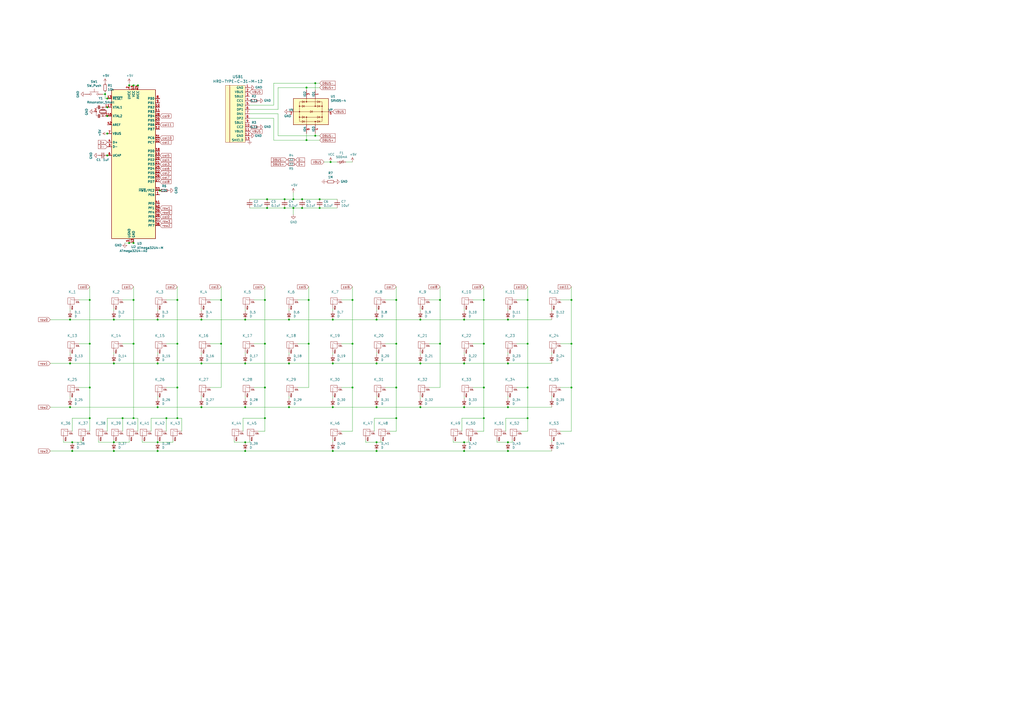
<source format=kicad_sch>
(kicad_sch (version 20230121) (generator eeschema)
  (paper "A2")
  (junction (at 52.07 242.57))
  (junction (at 191.77 93.98))
  (junction (at 62.23 90.17))
  (junction (at 294.64 185.42))
  (junction (at 179.07 199.39))
  (junction (at 177.8 81.28))
  (junction (at 142.24 185.42))
  (junction (at 91.44 256.54))
  (junction (at 62.23 77.47))
  (junction (at 229.87 199.39))
  (junction (at 170.18 115.57))
  (junction (at 153.67 242.57))
  (junction (at 167.64 185.42))
  (junction (at 218.44 261.62))
  (junction (at 165.1 120.65))
  (junction (at 280.67 224.79))
  (junction (at 331.47 173.99))
  (junction (at 280.67 173.99))
  (junction (at 229.87 242.57))
  (junction (at 182.88 48.26))
  (junction (at 153.67 173.99))
  (junction (at 52.07 173.99))
  (junction (at 331.47 224.79))
  (junction (at 102.87 173.99))
  (junction (at 142.24 210.82))
  (junction (at 294.64 236.22))
  (junction (at 52.07 224.79))
  (junction (at 80.01 49.53))
  (junction (at 170.18 120.65))
  (junction (at 153.67 199.39))
  (junction (at 229.87 173.99))
  (junction (at 331.47 199.39))
  (junction (at 306.07 242.57))
  (junction (at 193.04 261.62))
  (junction (at 153.67 224.79))
  (junction (at 269.24 210.82))
  (junction (at 204.47 224.79))
  (junction (at 74.93 140.97))
  (junction (at 62.23 67.31))
  (junction (at 52.07 199.39))
  (junction (at 60.96 54.61))
  (junction (at 243.84 210.82))
  (junction (at 243.84 185.42))
  (junction (at 177.8 50.8))
  (junction (at 306.07 199.39))
  (junction (at 71.12 242.57))
  (junction (at 218.44 256.54))
  (junction (at 77.47 49.53))
  (junction (at 306.07 224.79))
  (junction (at 102.87 224.79))
  (junction (at 167.64 236.22))
  (junction (at 41.91 256.54))
  (junction (at 294.64 210.82))
  (junction (at 243.84 236.22))
  (junction (at 182.88 78.74))
  (junction (at 116.84 185.42))
  (junction (at 255.27 173.99))
  (junction (at 269.24 256.54))
  (junction (at 269.24 236.22))
  (junction (at 193.04 210.82))
  (junction (at 204.47 173.99))
  (junction (at 62.23 57.15))
  (junction (at 193.04 185.42))
  (junction (at 62.23 62.23))
  (junction (at 116.84 236.22))
  (junction (at 185.42 120.65))
  (junction (at 91.44 185.42))
  (junction (at 92.71 110.49))
  (junction (at 66.04 210.82))
  (junction (at 77.47 173.99))
  (junction (at 142.24 236.22))
  (junction (at 294.64 256.54))
  (junction (at 294.64 261.62))
  (junction (at 142.24 261.62))
  (junction (at 128.27 199.39))
  (junction (at 77.47 242.57))
  (junction (at 218.44 185.42))
  (junction (at 40.64 185.42))
  (junction (at 102.87 242.57))
  (junction (at 229.87 224.79))
  (junction (at 91.44 261.62))
  (junction (at 91.44 210.82))
  (junction (at 66.04 256.54))
  (junction (at 91.44 236.22))
  (junction (at 306.07 173.99))
  (junction (at 280.67 242.57))
  (junction (at 154.94 115.57))
  (junction (at 167.64 210.82))
  (junction (at 74.93 49.53))
  (junction (at 280.67 199.39))
  (junction (at 269.24 261.62))
  (junction (at 41.91 261.62))
  (junction (at 116.84 210.82))
  (junction (at 255.27 199.39))
  (junction (at 218.44 210.82))
  (junction (at 154.94 120.65))
  (junction (at 40.64 210.82))
  (junction (at 77.47 199.39))
  (junction (at 142.24 256.54))
  (junction (at 218.44 236.22))
  (junction (at 96.52 242.57))
  (junction (at 77.47 140.97))
  (junction (at 102.87 199.39))
  (junction (at 128.27 173.99))
  (junction (at 185.42 115.57))
  (junction (at 66.04 261.62))
  (junction (at 40.64 236.22))
  (junction (at 66.04 185.42))
  (junction (at 175.26 120.65))
  (junction (at 179.07 173.99))
  (junction (at 269.24 185.42))
  (junction (at 165.1 115.57))
  (junction (at 204.47 199.39))
  (junction (at 175.26 115.57))
  (junction (at 193.04 236.22))
  (wire (pts (xy 52.07 242.57) (xy 52.07 250.19)))
  (wire (pts (xy 144.78 68.58) (xy 158.75 68.58)))
  (wire (pts (xy 187.96 93.98) (xy 191.77 93.98)))
  (wire (pts (xy 226.06 250.19) (xy 229.87 250.19)))
  (wire (pts (xy 294.64 236.22) (xy 320.04 236.22)))
  (wire (pts (xy 45.72 199.39) (xy 52.07 199.39)))
  (wire (pts (xy 331.47 224.79) (xy 331.47 199.39)))
  (wire (pts (xy 71.12 242.57) (xy 62.23 242.57)))
  (wire (pts (xy 185.42 115.57) (xy 195.58 115.57)))
  (wire (pts (xy 40.64 210.82) (xy 66.04 210.82)))
  (wire (pts (xy 193.04 236.22) (xy 218.44 236.22)))
  (wire (pts (xy 331.47 173.99) (xy 331.47 199.39)))
  (wire (pts (xy 158.75 68.58) (xy 158.75 81.28)))
  (wire (pts (xy 294.64 210.82) (xy 320.04 210.82)))
  (wire (pts (xy 212.09 255.27) (xy 212.09 256.54)))
  (wire (pts (xy 243.84 179.07) (xy 243.84 180.34)))
  (wire (pts (xy 91.44 236.22) (xy 116.84 236.22)))
  (wire (pts (xy 320.04 204.47) (xy 320.04 205.74)))
  (wire (pts (xy 306.07 173.99) (xy 306.07 199.39)))
  (wire (pts (xy 269.24 229.87) (xy 269.24 231.14)))
  (wire (pts (xy 167.64 236.22) (xy 193.04 236.22)))
  (wire (pts (xy 294.64 204.47) (xy 294.64 205.74)))
  (wire (pts (xy 29.21 261.62) (xy 41.91 261.62)))
  (wire (pts (xy 29.21 236.22) (xy 40.64 236.22)))
  (wire (pts (xy 193.04 261.62) (xy 218.44 261.62)))
  (wire (pts (xy 66.04 210.82) (xy 91.44 210.82)))
  (wire (pts (xy 91.44 229.87) (xy 91.44 231.14)))
  (wire (pts (xy 142.24 229.87) (xy 142.24 231.14)))
  (wire (pts (xy 193.04 210.82) (xy 218.44 210.82)))
  (wire (pts (xy 248.92 224.79) (xy 255.27 224.79)))
  (wire (pts (xy 182.88 48.26) (xy 185.42 48.26)))
  (wire (pts (xy 121.92 199.39) (xy 128.27 199.39)))
  (wire (pts (xy 40.64 185.42) (xy 66.04 185.42)))
  (wire (pts (xy 96.52 173.99) (xy 102.87 173.99)))
  (wire (pts (xy 175.26 120.65) (xy 185.42 120.65)))
  (wire (pts (xy 102.87 224.79) (xy 102.87 199.39)))
  (wire (pts (xy 182.88 77.47) (xy 182.88 78.74)))
  (wire (pts (xy 102.87 242.57) (xy 105.41 242.57)))
  (wire (pts (xy 57.15 256.54) (xy 66.04 256.54)))
  (wire (pts (xy 80.01 242.57) (xy 80.01 250.19)))
  (wire (pts (xy 72.39 140.97) (xy 74.93 140.97)))
  (wire (pts (xy 91.44 179.07) (xy 91.44 180.34)))
  (wire (pts (xy 218.44 261.62) (xy 269.24 261.62)))
  (wire (pts (xy 262.89 256.54) (xy 269.24 256.54)))
  (wire (pts (xy 182.88 78.74) (xy 185.42 78.74)))
  (wire (pts (xy 294.64 185.42) (xy 320.04 185.42)))
  (wire (pts (xy 40.64 236.22) (xy 91.44 236.22)))
  (wire (pts (xy 154.94 120.65) (xy 165.1 120.65)))
  (wire (pts (xy 100.33 256.54) (xy 100.33 255.27)))
  (wire (pts (xy 267.97 242.57) (xy 267.97 250.19)))
  (wire (pts (xy 77.47 173.99) (xy 77.47 199.39)))
  (wire (pts (xy 193.04 255.27) (xy 193.04 256.54)))
  (wire (pts (xy 153.67 224.79) (xy 153.67 199.39)))
  (wire (pts (xy 302.26 250.19) (xy 306.07 250.19)))
  (wire (pts (xy 320.04 179.07) (xy 320.04 180.34)))
  (wire (pts (xy 40.64 229.87) (xy 40.64 231.14)))
  (wire (pts (xy 96.52 199.39) (xy 102.87 199.39)))
  (wire (pts (xy 59.69 54.61) (xy 60.96 54.61)))
  (wire (pts (xy 167.64 210.82) (xy 193.04 210.82)))
  (wire (pts (xy 299.72 173.99) (xy 306.07 173.99)))
  (wire (pts (xy 161.29 50.8) (xy 177.8 50.8)))
  (wire (pts (xy 243.84 229.87) (xy 243.84 231.14)))
  (wire (pts (xy 144.78 63.5) (xy 161.29 63.5)))
  (wire (pts (xy 229.87 224.79) (xy 229.87 199.39)))
  (wire (pts (xy 191.77 93.98) (xy 195.58 93.98)))
  (wire (pts (xy 320.04 255.27) (xy 320.04 256.54)))
  (wire (pts (xy 306.07 166.37) (xy 306.07 173.99)))
  (wire (pts (xy 96.52 242.57) (xy 102.87 242.57)))
  (wire (pts (xy 269.24 179.07) (xy 269.24 180.34)))
  (wire (pts (xy 325.12 250.19) (xy 331.47 250.19)))
  (wire (pts (xy 306.07 242.57) (xy 306.07 224.79)))
  (wire (pts (xy 198.12 250.19) (xy 204.47 250.19)))
  (wire (pts (xy 204.47 250.19) (xy 204.47 224.79)))
  (wire (pts (xy 74.93 48.26) (xy 74.93 49.53)))
  (wire (pts (xy 185.42 120.65) (xy 195.58 120.65)))
  (wire (pts (xy 128.27 166.37) (xy 128.27 173.99)))
  (wire (pts (xy 142.24 261.62) (xy 193.04 261.62)))
  (wire (pts (xy 243.84 204.47) (xy 243.84 205.74)))
  (wire (pts (xy 147.32 199.39) (xy 153.67 199.39)))
  (wire (pts (xy 60.96 53.34) (xy 60.96 54.61)))
  (wire (pts (xy 248.92 199.39) (xy 255.27 199.39)))
  (wire (pts (xy 167.64 229.87) (xy 167.64 231.14)))
  (wire (pts (xy 91.44 256.54) (xy 100.33 256.54)))
  (wire (pts (xy 82.55 256.54) (xy 91.44 256.54)))
  (wire (pts (xy 77.47 49.53) (xy 80.01 49.53)))
  (wire (pts (xy 142.24 236.22) (xy 167.64 236.22)))
  (wire (pts (xy 280.67 250.19) (xy 280.67 242.57)))
  (wire (pts (xy 135.89 256.54) (xy 142.24 256.54)))
  (wire (pts (xy 177.8 77.47) (xy 177.8 81.28)))
  (wire (pts (xy 66.04 179.07) (xy 66.04 180.34)))
  (wire (pts (xy 158.75 48.26) (xy 158.75 60.96)))
  (wire (pts (xy 170.18 111.76) (xy 170.18 115.57)))
  (wire (pts (xy 177.8 50.8) (xy 185.42 50.8)))
  (wire (pts (xy 177.8 52.07) (xy 177.8 50.8)))
  (wire (pts (xy 294.64 179.07) (xy 294.64 180.34)))
  (wire (pts (xy 288.29 256.54) (xy 294.64 256.54)))
  (wire (pts (xy 269.24 210.82) (xy 294.64 210.82)))
  (wire (pts (xy 62.23 57.15) (xy 60.96 57.15)))
  (wire (pts (xy 144.78 120.65) (xy 154.94 120.65)))
  (wire (pts (xy 144.78 60.96) (xy 158.75 60.96)))
  (wire (pts (xy 82.55 255.27) (xy 82.55 256.54)))
  (wire (pts (xy 293.37 242.57) (xy 306.07 242.57)))
  (wire (pts (xy 217.17 242.57) (xy 229.87 242.57)))
  (wire (pts (xy 153.67 173.99) (xy 153.67 199.39)))
  (wire (pts (xy 116.84 185.42) (xy 142.24 185.42)))
  (wire (pts (xy 204.47 224.79) (xy 204.47 199.39)))
  (wire (pts (xy 41.91 242.57) (xy 52.07 242.57)))
  (wire (pts (xy 274.32 224.79) (xy 280.67 224.79)))
  (wire (pts (xy 45.72 173.99) (xy 52.07 173.99)))
  (wire (pts (xy 294.64 261.62) (xy 320.04 261.62)))
  (wire (pts (xy 288.29 255.27) (xy 288.29 256.54)))
  (wire (pts (xy 172.72 199.39) (xy 179.07 199.39)))
  (wire (pts (xy 170.18 120.65) (xy 170.18 124.46)))
  (wire (pts (xy 177.8 81.28) (xy 185.42 81.28)))
  (wire (pts (xy 274.32 173.99) (xy 280.67 173.99)))
  (wire (pts (xy 218.44 229.87) (xy 218.44 231.14)))
  (wire (pts (xy 142.24 210.82) (xy 167.64 210.82)))
  (wire (pts (xy 40.64 204.47) (xy 40.64 205.74)))
  (wire (pts (xy 77.47 166.37) (xy 77.47 173.99)))
  (wire (pts (xy 223.52 224.79) (xy 229.87 224.79)))
  (wire (pts (xy 142.24 179.07) (xy 142.24 180.34)))
  (wire (pts (xy 165.1 120.65) (xy 170.18 120.65)))
  (wire (pts (xy 175.26 115.57) (xy 185.42 115.57)))
  (wire (pts (xy 96.52 242.57) (xy 87.63 242.57)))
  (wire (pts (xy 149.86 250.19) (xy 153.67 250.19)))
  (wire (pts (xy 161.29 66.04) (xy 161.29 78.74)))
  (wire (pts (xy 62.23 242.57) (xy 62.23 250.19)))
  (wire (pts (xy 299.72 224.79) (xy 306.07 224.79)))
  (wire (pts (xy 142.24 185.42) (xy 167.64 185.42)))
  (wire (pts (xy 331.47 250.19) (xy 331.47 224.79)))
  (wire (pts (xy 52.07 224.79) (xy 52.07 242.57)))
  (wire (pts (xy 170.18 120.65) (xy 175.26 120.65)))
  (wire (pts (xy 299.72 199.39) (xy 306.07 199.39)))
  (wire (pts (xy 223.52 173.99) (xy 229.87 173.99)))
  (wire (pts (xy 276.86 250.19) (xy 280.67 250.19)))
  (wire (pts (xy 116.84 210.82) (xy 142.24 210.82)))
  (wire (pts (xy 172.72 173.99) (xy 179.07 173.99)))
  (wire (pts (xy 198.12 224.79) (xy 204.47 224.79)))
  (wire (pts (xy 198.12 199.39) (xy 204.47 199.39)))
  (wire (pts (xy 212.09 256.54) (xy 218.44 256.54)))
  (wire (pts (xy 280.67 173.99) (xy 280.67 199.39)))
  (wire (pts (xy 46.99 256.54) (xy 41.91 256.54)))
  (wire (pts (xy 306.07 224.79) (xy 306.07 199.39)))
  (wire (pts (xy 77.47 242.57) (xy 77.47 199.39)))
  (wire (pts (xy 274.32 199.39) (xy 280.67 199.39)))
  (wire (pts (xy 41.91 261.62) (xy 66.04 261.62)))
  (wire (pts (xy 147.32 173.99) (xy 153.67 173.99)))
  (wire (pts (xy 154.94 115.57) (xy 165.1 115.57)))
  (wire (pts (xy 41.91 242.57) (xy 41.91 250.19)))
  (wire (pts (xy 153.67 242.57) (xy 153.67 224.79)))
  (wire (pts (xy 271.78 256.54) (xy 269.24 256.54)))
  (wire (pts (xy 52.07 224.79) (xy 52.07 199.39)))
  (wire (pts (xy 218.44 185.42) (xy 243.84 185.42)))
  (wire (pts (xy 248.92 173.99) (xy 255.27 173.99)))
  (wire (pts (xy 102.87 173.99) (xy 102.87 199.39)))
  (wire (pts (xy 193.04 204.47) (xy 193.04 205.74)))
  (wire (pts (xy 269.24 261.62) (xy 294.64 261.62)))
  (wire (pts (xy 71.12 173.99) (xy 77.47 173.99)))
  (wire (pts (xy 218.44 179.07) (xy 218.44 180.34)))
  (wire (pts (xy 293.37 250.19) (xy 293.37 242.57)))
  (wire (pts (xy 91.44 255.27) (xy 91.44 256.54)))
  (wire (pts (xy 121.92 224.79) (xy 128.27 224.79)))
  (wire (pts (xy 220.98 256.54) (xy 220.98 255.27)))
  (wire (pts (xy 193.04 185.42) (xy 218.44 185.42)))
  (wire (pts (xy 167.64 204.47) (xy 167.64 205.74)))
  (wire (pts (xy 71.12 199.39) (xy 77.47 199.39)))
  (wire (pts (xy 217.17 250.19) (xy 217.17 242.57)))
  (wire (pts (xy 128.27 224.79) (xy 128.27 199.39)))
  (wire (pts (xy 161.29 50.8) (xy 161.29 63.5)))
  (wire (pts (xy 229.87 250.19) (xy 229.87 242.57)))
  (wire (pts (xy 320.04 229.87) (xy 320.04 231.14)))
  (wire (pts (xy 218.44 236.22) (xy 243.84 236.22)))
  (wire (pts (xy 144.78 255.27) (xy 144.78 256.54)))
  (wire (pts (xy 91.44 185.42) (xy 116.84 185.42)))
  (wire (pts (xy 325.12 224.79) (xy 331.47 224.79)))
  (wire (pts (xy 204.47 173.99) (xy 204.47 199.39)))
  (wire (pts (xy 91.44 210.82) (xy 116.84 210.82)))
  (wire (pts (xy 144.78 66.04) (xy 161.29 66.04)))
  (wire (pts (xy 297.18 255.27) (xy 297.18 256.54)))
  (wire (pts (xy 218.44 204.47) (xy 218.44 205.74)))
  (wire (pts (xy 179.07 166.37) (xy 179.07 173.99)))
  (wire (pts (xy 135.89 255.27) (xy 135.89 256.54)))
  (wire (pts (xy 66.04 204.47) (xy 66.04 205.74)))
  (wire (pts (xy 243.84 210.82) (xy 269.24 210.82)))
  (wire (pts (xy 46.99 255.27) (xy 46.99 256.54)))
  (wire (pts (xy 262.89 255.27) (xy 262.89 256.54)))
  (wire (pts (xy 193.04 179.07) (xy 193.04 180.34)))
  (wire (pts (xy 96.52 224.79) (xy 102.87 224.79)))
  (wire (pts (xy 52.07 173.99) (xy 52.07 199.39)))
  (wire (pts (xy 29.21 210.82) (xy 40.64 210.82)))
  (wire (pts (xy 172.72 224.79) (xy 179.07 224.79)))
  (wire (pts (xy 91.44 204.47) (xy 91.44 205.74)))
  (wire (pts (xy 200.66 93.98) (xy 204.47 93.98)))
  (wire (pts (xy 167.64 185.42) (xy 193.04 185.42)))
  (wire (pts (xy 165.1 115.57) (xy 170.18 115.57)))
  (wire (pts (xy 66.04 261.62) (xy 91.44 261.62)))
  (wire (pts (xy 294.64 229.87) (xy 294.64 231.14)))
  (wire (pts (xy 71.12 250.19) (xy 71.12 242.57)))
  (wire (pts (xy 269.24 185.42) (xy 294.64 185.42)))
  (wire (pts (xy 325.12 199.39) (xy 331.47 199.39)))
  (wire (pts (xy 128.27 173.99) (xy 128.27 199.39)))
  (wire (pts (xy 158.75 81.28) (xy 177.8 81.28)))
  (wire (pts (xy 45.72 224.79) (xy 52.07 224.79)))
  (wire (pts (xy 229.87 242.57) (xy 229.87 224.79)))
  (wire (pts (xy 102.87 242.57) (xy 102.87 224.79)))
  (wire (pts (xy 66.04 256.54) (xy 74.93 256.54)))
  (wire (pts (xy 121.92 173.99) (xy 128.27 173.99)))
  (wire (pts (xy 179.07 173.99) (xy 179.07 199.39)))
  (wire (pts (xy 87.63 242.57) (xy 87.63 250.19)))
  (wire (pts (xy 91.44 261.62) (xy 142.24 261.62)))
  (wire (pts (xy 153.67 166.37) (xy 153.67 173.99)))
  (wire (pts (xy 229.87 166.37) (xy 229.87 173.99)))
  (wire (pts (xy 280.67 224.79) (xy 280.67 199.39)))
  (wire (pts (xy 255.27 166.37) (xy 255.27 173.99)))
  (wire (pts (xy 77.47 242.57) (xy 80.01 242.57)))
  (wire (pts (xy 182.88 52.07) (xy 182.88 48.26)))
  (wire (pts (xy 66.04 185.42) (xy 91.44 185.42)))
  (wire (pts (xy 77.47 242.57) (xy 71.12 242.57)))
  (wire (pts (xy 96.52 250.19) (xy 96.52 242.57)))
  (wire (pts (xy 66.04 255.27) (xy 66.04 256.54)))
  (wire (pts (xy 331.47 166.37) (xy 331.47 173.99)))
  (wire (pts (xy 153.67 250.19) (xy 153.67 242.57)))
  (wire (pts (xy 74.93 140.97) (xy 77.47 140.97)))
  (wire (pts (xy 179.07 224.79) (xy 179.07 199.39)))
  (wire (pts (xy 167.64 179.07) (xy 167.64 180.34)))
  (wire (pts (xy 223.52 199.39) (xy 229.87 199.39)))
  (wire (pts (xy 52.07 166.37) (xy 52.07 173.99)))
  (wire (pts (xy 255.27 224.79) (xy 255.27 199.39)))
  (wire (pts (xy 140.97 250.19) (xy 140.97 242.57)))
  (wire (pts (xy 147.32 224.79) (xy 153.67 224.79)))
  (wire (pts (xy 57.15 255.27) (xy 57.15 256.54)))
  (wire (pts (xy 269.24 204.47) (xy 269.24 205.74)))
  (wire (pts (xy 60.96 54.61) (xy 60.96 57.15)))
  (wire (pts (xy 116.84 179.07) (xy 116.84 180.34)))
  (wire (pts (xy 40.64 179.07) (xy 40.64 180.34)))
  (wire (pts (xy 255.27 173.99) (xy 255.27 199.39)))
  (wire (pts (xy 218.44 210.82) (xy 243.84 210.82)))
  (wire (pts (xy 198.12 173.99) (xy 204.47 173.99)))
  (wire (pts (xy 204.47 166.37) (xy 204.47 173.99)))
  (wire (pts (xy 74.93 256.54) (xy 74.93 255.27)))
  (wire (pts (xy 280.67 242.57) (xy 267.97 242.57)))
  (wire (pts (xy 297.18 256.54) (xy 294.64 256.54)))
  (wire (pts (xy 229.87 173.99) (xy 229.87 199.39)))
  (wire (pts (xy 161.29 78.74) (xy 182.88 78.74)))
  (wire (pts (xy 243.84 236.22) (xy 269.24 236.22)))
  (wire (pts (xy 36.83 255.27) (xy 36.83 256.54)))
  (wire (pts (xy 29.21 185.42) (xy 40.64 185.42)))
  (wire (pts (xy 306.07 250.19) (xy 306.07 242.57)))
  (wire (pts (xy 142.24 204.47) (xy 142.24 205.74)))
  (wire (pts (xy 271.78 255.27) (xy 271.78 256.54)))
  (wire (pts (xy 280.67 166.37) (xy 280.67 173.99)))
  (wire (pts (xy 102.87 166.37) (xy 102.87 173.99)))
  (wire (pts (xy 116.84 204.47) (xy 116.84 205.74)))
  (wire (pts (xy 116.84 229.87) (xy 116.84 231.14)))
  (wire (pts (xy 280.67 242.57) (xy 280.67 224.79)))
  (wire (pts (xy 74.93 49.53) (xy 77.47 49.53)))
  (wire (pts (xy 269.24 236.22) (xy 294.64 236.22)))
  (wire (pts (xy 116.84 236.22) (xy 142.24 236.22)))
  (wire (pts (xy 36.83 256.54) (xy 41.91 256.54)))
  (wire (pts (xy 144.78 256.54) (xy 142.24 256.54)))
  (wire (pts (xy 193.04 229.87) (xy 193.04 231.14)))
  (wire (pts (xy 325.12 173.99) (xy 331.47 173.99)))
  (wire (pts (xy 158.75 48.26) (xy 182.88 48.26)))
  (wire (pts (xy 140.97 242.57) (xy 153.67 242.57)))
  (wire (pts (xy 105.41 242.57) (xy 105.41 250.19)))
  (wire (pts (xy 243.84 185.42) (xy 269.24 185.42)))
  (wire (pts (xy 218.44 256.54) (xy 220.98 256.54)))
  (wire (pts (xy 170.18 115.57) (xy 175.26 115.57)))
  (wire (pts (xy 144.78 115.57) (xy 154.94 115.57)))
  (global_label "DBUS-" (shape input) (at 185.42 48.26 0) (property "Intersheetrefs" "${INTERSHEET_REFS}" (effects hide)))
  (global_label "col2" (shape input) (at 102.87 166.37 180) (property "Intersheetrefs" "${INTERSHEET_REFS}" (effects hide)))
  (global_label "col5" (shape input) (at 179.07 166.37 180) (property "Intersheetrefs" "${INTERSHEET_REFS}" (effects hide)))
  (global_label "row0" (shape input) (at 92.71 123.19 0) (property "Intersheetrefs" "${INTERSHEET_REFS}" (effects hide)))
  (global_label "VBUS" (shape input) (at 144.78 76.2 0) (property "Intersheetrefs" "${INTERSHEET_REFS}" (effects hide)))
  (global_label "col9" (shape input) (at 280.67 166.37 180) (property "Intersheetrefs" "${INTERSHEET_REFS}" (effects hide)))
  (global_label "col11" (shape input) (at 92.71 72.39 0) (property "Intersheetrefs" "${INTERSHEET_REFS}" (effects hide)))
  (global_label "col7" (shape input) (at 92.71 102.87 0) (property "Intersheetrefs" "${INTERSHEET_REFS}" (effects hide)))
  (global_label "col6" (shape input) (at 92.71 97.79 0) (property "Intersheetrefs" "${INTERSHEET_REFS}" (effects hide)))
  (global_label "row3" (shape input) (at 92.71 128.27 0) (property "Intersheetrefs" "${INTERSHEET_REFS}" (effects hide)))
  (global_label "row0" (shape input) (at 29.21 185.42 180) (property "Intersheetrefs" "${INTERSHEET_REFS}" (effects hide)))
  (global_label "col10" (shape input) (at 92.71 80.01 0) (property "Intersheetrefs" "${INTERSHEET_REFS}" (effects hide)))
  (global_label "col4" (shape input) (at 153.67 166.37 180) (property "Intersheetrefs" "${INTERSHEET_REFS}" (effects hide)))
  (global_label "D+" (shape input) (at 171.45 95.25 0) (property "Intersheetrefs" "${INTERSHEET_REFS}" (effects hide)))
  (global_label "col5" (shape input) (at 92.71 90.17 0) (property "Intersheetrefs" "${INTERSHEET_REFS}" (effects hide)))
  (global_label "DBUS-" (shape input) (at 166.37 92.71 180) (property "Intersheetrefs" "${INTERSHEET_REFS}" (effects hide)))
  (global_label "VBUS" (shape input) (at 187.96 93.98 180) (property "Intersheetrefs" "${INTERSHEET_REFS}" (effects hide)))
  (global_label "col7" (shape input) (at 229.87 166.37 180) (property "Intersheetrefs" "${INTERSHEET_REFS}" (effects hide)))
  (global_label "col4" (shape input) (at 92.71 92.71 0) (property "Intersheetrefs" "${INTERSHEET_REFS}" (effects hide)))
  (global_label "col3" (shape input) (at 128.27 166.37 180) (property "Intersheetrefs" "${INTERSHEET_REFS}" (effects hide)))
  (global_label "VBUS" (shape input) (at 144.78 53.34 0) (property "Intersheetrefs" "${INTERSHEET_REFS}" (effects hide)))
  (global_label "col1" (shape input) (at 92.71 82.55 0) (property "Intersheetrefs" "${INTERSHEET_REFS}" (effects hide)))
  (global_label "col3" (shape input) (at 92.71 95.25 0) (property "Intersheetrefs" "${INTERSHEET_REFS}" (effects hide)))
  (global_label "row1" (shape input) (at 92.71 120.65 0) (property "Intersheetrefs" "${INTERSHEET_REFS}" (effects hide)))
  (global_label "col6" (shape input) (at 204.47 166.37 180) (property "Intersheetrefs" "${INTERSHEET_REFS}" (effects hide)))
  (global_label "col9" (shape input) (at 92.71 67.31 0) (property "Intersheetrefs" "${INTERSHEET_REFS}" (effects hide)))
  (global_label "DBUS+" (shape input) (at 166.37 95.25 180) (property "Intersheetrefs" "${INTERSHEET_REFS}" (effects hide)))
  (global_label "row1" (shape input) (at 29.21 210.82 180) (property "Intersheetrefs" "${INTERSHEET_REFS}" (effects hide)))
  (global_label "col0" (shape input) (at 52.07 166.37 180) (property "Intersheetrefs" "${INTERSHEET_REFS}" (effects hide)))
  (global_label "col0" (shape input) (at 92.71 125.73 0) (property "Intersheetrefs" "${INTERSHEET_REFS}" (effects hide)))
  (global_label "row2" (shape input) (at 29.21 236.22 180) (property "Intersheetrefs" "${INTERSHEET_REFS}" (effects hide)))
  (global_label "D+" (shape input) (at 62.23 82.55 180) (property "Intersheetrefs" "${INTERSHEET_REFS}" (effects hide)))
  (global_label "D-" (shape input) (at 171.45 92.71 0) (property "Intersheetrefs" "${INTERSHEET_REFS}" (effects hide)))
  (global_label "col10" (shape input) (at 306.07 166.37 180) (property "Intersheetrefs" "${INTERSHEET_REFS}" (effects hide)))
  (global_label "DBUS+" (shape input) (at 185.42 50.8 0) (property "Intersheetrefs" "${INTERSHEET_REFS}" (effects hide)))
  (global_label "DBUS-" (shape input) (at 185.42 78.74 0) (property "Intersheetrefs" "${INTERSHEET_REFS}" (effects hide)))
  (global_label "col11" (shape input) (at 331.47 166.37 180) (property "Intersheetrefs" "${INTERSHEET_REFS}" (effects hide)))
  (global_label "row3" (shape input) (at 29.21 261.62 180) (property "Intersheetrefs" "${INTERSHEET_REFS}" (effects hide)))
  (global_label "D-" (shape input) (at 62.23 85.09 180) (property "Intersheetrefs" "${INTERSHEET_REFS}" (effects hide)))
  (global_label "row2" (shape input) (at 92.71 130.81 0) (property "Intersheetrefs" "${INTERSHEET_REFS}" (effects hide)))
  (global_label "col1" (shape input) (at 77.47 166.37 180) (property "Intersheetrefs" "${INTERSHEET_REFS}" (effects hide)))
  (global_label "col8" (shape input) (at 92.71 105.41 0) (property "Intersheetrefs" "${INTERSHEET_REFS}" (effects hide)))
  (global_label "DBUS+" (shape input) (at 185.42 81.28 0) (property "Intersheetrefs" "${INTERSHEET_REFS}" (effects hide)))
  (global_label "col8" (shape input) (at 255.27 166.37 180) (property "Intersheetrefs" "${INTERSHEET_REFS}" (effects hide)))
  (global_label "VBUS" (shape input) (at 193.04 64.77 0) (property "Intersheetrefs" "${INTERSHEET_REFS}" (effects hide)))
  (global_label "col2" (shape input) (at 92.71 100.33 0) (property "Intersheetrefs" "${INTERSHEET_REFS}" (effects hide)))
  (symbol (lib_id "MX_Alps_Hybrid:MX-NoLED") (at 41.91 175.26 0) (unit 1)
    (property "Reference" "K_1" (at 41.91 169.3418 0) (effects (font (size 1.524 1.524))))
    (property "Value" "KEYSW" (effects hide))
    (property "Footprint" "MX_Only:MXOnly-1U-NoLED" (effects hide))
  )
  (symbol (lib_id "Device:D_Small") (at 66.04 182.88 90) (unit 1)
    (property "Reference" "D_2" (at 68.58 181.102 90) (effects (justify right)))
    (property "Value" "D" (at 68.58 183.388 90) (effects (justify right)))
    (property "Footprint" "Diode_SMD:D_SOD-123" (effects hide))
  )
  (symbol (lib_id "MX_Alps_Hybrid:MX-NoLED") (at 67.31 175.26 0) (unit 1)
    (property "Reference" "K_2" (at 67.31 169.3418 0) (effects (font (size 1.524 1.524))))
    (property "Value" "KEYSW" (effects hide))
    (property "Footprint" "MX_Only:MXOnly-1U-NoLED" (effects hide))
  )
  (symbol (lib_id "Device:D_Small") (at 91.44 182.88 90) (unit 1)
    (property "Reference" "D_3" (at 93.98 181.102 90) (effects (justify right)))
    (property "Value" "D" (at 93.98 183.388 90) (effects (justify right)))
    (property "Footprint" "Diode_SMD:D_SOD-123" (effects hide))
  )
  (symbol (lib_id "MX_Alps_Hybrid:MX-NoLED") (at 92.71 175.26 0) (unit 1)
    (property "Reference" "K_3" (at 92.71 169.3418 0) (effects (font (size 1.524 1.524))))
    (property "Value" "KEYSW" (effects hide))
    (property "Footprint" "MX_Only:MXOnly-1U-NoLED" (effects hide))
  )
  (symbol (lib_id "Device:D_Small") (at 116.84 182.88 90) (unit 1)
    (property "Reference" "D_4" (at 119.38 181.102 90) (effects (justify right)))
    (property "Value" "D" (at 119.38 183.388 90) (effects (justify right)))
    (property "Footprint" "Diode_SMD:D_SOD-123" (effects hide))
  )
  (symbol (lib_id "MX_Alps_Hybrid:MX-NoLED") (at 118.11 175.26 0) (unit 1)
    (property "Reference" "K_4" (at 118.11 169.3418 0) (effects (font (size 1.524 1.524))))
    (property "Value" "KEYSW" (effects hide))
    (property "Footprint" "MX_Only:MXOnly-1U-NoLED" (effects hide))
  )
  (symbol (lib_id "Device:D_Small") (at 142.24 182.88 90) (unit 1)
    (property "Reference" "D_5" (at 144.78 181.102 90) (effects (justify right)))
    (property "Value" "D" (at 144.78 183.388 90) (effects (justify right)))
    (property "Footprint" "Diode_SMD:D_SOD-123" (effects hide))
  )
  (symbol (lib_id "MX_Alps_Hybrid:MX-NoLED") (at 143.51 175.26 0) (unit 1)
    (property "Reference" "K_5" (at 143.51 169.3418 0) (effects (font (size 1.524 1.524))))
    (property "Value" "KEYSW" (effects hide))
    (property "Footprint" "MX_Only:MXOnly-1U-NoLED" (effects hide))
  )
  (symbol (lib_id "Device:D_Small") (at 167.64 182.88 90) (unit 1)
    (property "Reference" "D_6" (at 170.18 181.102 90) (effects (justify right)))
    (property "Value" "D" (at 170.18 183.388 90) (effects (justify right)))
    (property "Footprint" "Diode_SMD:D_SOD-123" (effects hide))
  )
  (symbol (lib_id "MX_Alps_Hybrid:MX-NoLED") (at 168.91 175.26 0) (unit 1)
    (property "Reference" "K_6" (at 168.91 169.3418 0) (effects (font (size 1.524 1.524))))
    (property "Value" "KEYSW" (effects hide))
    (property "Footprint" "MX_Only:MXOnly-1U-NoLED" (effects hide))
  )
  (symbol (lib_id "Device:D_Small") (at 193.04 182.88 90) (unit 1)
    (property "Reference" "D_7" (at 195.58 181.102 90) (effects (justify right)))
    (property "Value" "D" (at 195.58 183.388 90) (effects (justify right)))
    (property "Footprint" "Diode_SMD:D_SOD-123" (effects hide))
  )
  (symbol (lib_id "MX_Alps_Hybrid:MX-NoLED") (at 194.31 175.26 0) (unit 1)
    (property "Reference" "K_7" (at 194.31 169.3418 0) (effects (font (size 1.524 1.524))))
    (property "Value" "KEYSW" (effects hide))
    (property "Footprint" "MX_Only:MXOnly-1U-NoLED" (effects hide))
  )
  (symbol (lib_id "Device:D_Small") (at 218.44 182.88 90) (unit 1)
    (property "Reference" "D_8" (at 220.98 181.102 90) (effects (justify right)))
    (property "Value" "D" (at 220.98 183.388 90) (effects (justify right)))
    (property "Footprint" "Diode_SMD:D_SOD-123" (effects hide))
  )
  (symbol (lib_id "MX_Alps_Hybrid:MX-NoLED") (at 219.71 175.26 0) (unit 1)
    (property "Reference" "K_8" (at 219.71 169.3418 0) (effects (font (size 1.524 1.524))))
    (property "Value" "KEYSW" (effects hide))
    (property "Footprint" "MX_Only:MXOnly-1U-NoLED" (effects hide))
  )
  (symbol (lib_id "Device:D_Small") (at 243.84 182.88 90) (unit 1)
    (property "Reference" "D_9" (at 246.38 181.102 90) (effects (justify right)))
    (property "Value" "D" (at 246.38 183.388 90) (effects (justify right)))
    (property "Footprint" "Diode_SMD:D_SOD-123" (effects hide))
  )
  (symbol (lib_id "MX_Alps_Hybrid:MX-NoLED") (at 245.11 175.26 0) (unit 1)
    (property "Reference" "K_9" (at 245.11 169.3418 0) (effects (font (size 1.524 1.524))))
    (property "Value" "KEYSW" (effects hide))
    (property "Footprint" "MX_Only:MXOnly-1U-NoLED" (effects hide))
  )
  (symbol (lib_id "Device:D_Small") (at 269.24 182.88 90) (unit 1)
    (property "Reference" "D_10" (at 271.78 181.102 90) (effects (justify right)))
    (property "Value" "D" (at 271.78 183.388 90) (effects (justify right)))
    (property "Footprint" "Diode_SMD:D_SOD-123" (effects hide))
  )
  (symbol (lib_id "MX_Alps_Hybrid:MX-NoLED") (at 270.51 175.26 0) (unit 1)
    (property "Reference" "K_10" (at 270.51 169.3418 0) (effects (font (size 1.524 1.524))))
    (property "Value" "KEYSW" (effects hide))
    (property "Footprint" "MX_Only:MXOnly-1U-NoLED" (effects hide))
  )
  (symbol (lib_id "Device:D_Small") (at 294.64 182.88 90) (unit 1)
    (property "Reference" "D_11" (at 297.18 181.102 90) (effects (justify right)))
    (property "Value" "D" (at 297.18 183.388 90) (effects (justify right)))
    (property "Footprint" "Diode_SMD:D_SOD-123" (effects hide))
  )
  (symbol (lib_id "MX_Alps_Hybrid:MX-NoLED") (at 295.91 175.26 0) (unit 1)
    (property "Reference" "K_11" (at 295.91 169.3418 0) (effects (font (size 1.524 1.524))))
    (property "Value" "KEYSW" (effects hide))
    (property "Footprint" "MX_Only:MXOnly-1U-NoLED" (effects hide))
  )
  (symbol (lib_id "Device:D_Small") (at 320.04 182.88 90) (unit 1)
    (property "Reference" "D_12" (at 322.58 181.102 90) (effects (justify right)))
    (property "Value" "D" (at 322.58 183.388 90) (effects (justify right)))
    (property "Footprint" "Diode_SMD:D_SOD-123" (effects hide))
  )
  (symbol (lib_id "MX_Alps_Hybrid:MX-NoLED") (at 321.31 175.26 0) (unit 1)
    (property "Reference" "K_12" (at 321.31 169.3418 0) (effects (font (size 1.524 1.524))))
    (property "Value" "KEYSW" (effects hide))
    (property "Footprint" "MX_Only:MXOnly-1.25U-NoLED" (effects hide))
  )
  (symbol (lib_id "Device:D_Small") (at 40.64 208.28 90) (unit 1)
    (property "Reference" "D_13" (at 43.18 206.502 90) (effects (justify right)))
    (property "Value" "D" (at 43.18 208.788 90) (effects (justify right)))
    (property "Footprint" "Diode_SMD:D_SOD-123" (effects hide))
  )
  (symbol (lib_id "MX_Alps_Hybrid:MX-NoLED") (at 41.91 200.66 0) (unit 1)
    (property "Reference" "K_13" (at 41.91 194.7418 0) (effects (font (size 1.524 1.524))))
    (property "Value" "KEYSW" (effects hide))
    (property "Footprint" "MX_Only:MXOnly-1.25U-NoLED" (effects hide))
  )
  (symbol (lib_id "Device:D_Small") (at 66.04 208.28 90) (unit 1)
    (property "Reference" "D_14" (at 68.58 206.502 90) (effects (justify right)))
    (property "Value" "D" (at 68.58 208.788 90) (effects (justify right)))
    (property "Footprint" "Diode_SMD:D_SOD-123" (effects hide))
  )
  (symbol (lib_id "MX_Alps_Hybrid:MX-NoLED") (at 67.31 200.66 0) (unit 1)
    (property "Reference" "K_14" (at 67.31 194.7418 0) (effects (font (size 1.524 1.524))))
    (property "Value" "KEYSW" (effects hide))
    (property "Footprint" "MX_Only:MXOnly-1U-NoLED" (effects hide))
  )
  (symbol (lib_id "Device:D_Small") (at 91.44 208.28 90) (unit 1)
    (property "Reference" "D_15" (at 93.98 206.502 90) (effects (justify right)))
    (property "Value" "D" (at 93.98 208.788 90) (effects (justify right)))
    (property "Footprint" "Diode_SMD:D_SOD-123" (effects hide))
  )
  (symbol (lib_id "MX_Alps_Hybrid:MX-NoLED") (at 92.71 200.66 0) (unit 1)
    (property "Reference" "K_15" (at 92.71 194.7418 0) (effects (font (size 1.524 1.524))))
    (property "Value" "KEYSW" (effects hide))
    (property "Footprint" "MX_Only:MXOnly-1U-NoLED" (effects hide))
  )
  (symbol (lib_id "Device:D_Small") (at 116.84 208.28 90) (unit 1)
    (property "Reference" "D_16" (at 119.38 206.502 90) (effects (justify right)))
    (property "Value" "D" (at 119.38 208.788 90) (effects (justify right)))
    (property "Footprint" "Diode_SMD:D_SOD-123" (effects hide))
  )
  (symbol (lib_id "MX_Alps_Hybrid:MX-NoLED") (at 118.11 200.66 0) (unit 1)
    (property "Reference" "K_16" (at 118.11 194.7418 0) (effects (font (size 1.524 1.524))))
    (property "Value" "KEYSW" (effects hide))
    (property "Footprint" "MX_Only:MXOnly-1U-NoLED" (effects hide))
  )
  (symbol (lib_id "Device:D_Small") (at 142.24 208.28 90) (unit 1)
    (property "Reference" "D_17" (at 144.78 206.502 90) (effects (justify right)))
    (property "Value" "D" (at 144.78 208.788 90) (effects (justify right)))
    (property "Footprint" "Diode_SMD:D_SOD-123" (effects hide))
  )
  (symbol (lib_id "MX_Alps_Hybrid:MX-NoLED") (at 143.51 200.66 0) (unit 1)
    (property "Reference" "K_17" (at 143.51 194.7418 0) (effects (font (size 1.524 1.524))))
    (property "Value" "KEYSW" (effects hide))
    (property "Footprint" "MX_Only:MXOnly-1U-NoLED" (effects hide))
  )
  (symbol (lib_id "Device:D_Small") (at 167.64 208.28 90) (unit 1)
    (property "Reference" "D_18" (at 170.18 206.502 90) (effects (justify right)))
    (property "Value" "D" (at 170.18 208.788 90) (effects (justify right)))
    (property "Footprint" "Diode_SMD:D_SOD-123" (effects hide))
  )
  (symbol (lib_id "MX_Alps_Hybrid:MX-NoLED") (at 168.91 200.66 0) (unit 1)
    (property "Reference" "K_18" (at 168.91 194.7418 0) (effects (font (size 1.524 1.524))))
    (property "Value" "KEYSW" (effects hide))
    (property "Footprint" "MX_Only:MXOnly-1U-NoLED" (effects hide))
  )
  (symbol (lib_id "Device:D_Small") (at 193.04 208.28 90) (unit 1)
    (property "Reference" "D_19" (at 195.58 206.502 90) (effects (justify right)))
    (property "Value" "D" (at 195.58 208.788 90) (effects (justify right)))
    (property "Footprint" "Diode_SMD:D_SOD-123" (effects hide))
  )
  (symbol (lib_id "MX_Alps_Hybrid:MX-NoLED") (at 194.31 200.66 0) (unit 1)
    (property "Reference" "K_19" (at 194.31 194.7418 0) (effects (font (size 1.524 1.524))))
    (property "Value" "KEYSW" (effects hide))
    (property "Footprint" "MX_Only:MXOnly-1U-NoLED" (effects hide))
  )
  (symbol (lib_id "Device:D_Small") (at 218.44 208.28 90) (unit 1)
    (property "Reference" "D_20" (at 220.98 206.502 90) (effects (justify right)))
    (property "Value" "D" (at 220.98 208.788 90) (effects (justify right)))
    (property "Footprint" "Diode_SMD:D_SOD-123" (effects hide))
  )
  (symbol (lib_id "MX_Alps_Hybrid:MX-NoLED") (at 219.71 200.66 0) (unit 1)
    (property "Reference" "K_20" (at 219.71 194.7418 0) (effects (font (size 1.524 1.524))))
    (property "Value" "KEYSW" (effects hide))
    (property "Footprint" "MX_Only:MXOnly-1U-NoLED" (effects hide))
  )
  (symbol (lib_id "Device:D_Small") (at 243.84 208.28 90) (unit 1)
    (property "Reference" "D_21" (at 246.38 206.502 90) (effects (justify right)))
    (property "Value" "D" (at 246.38 208.788 90) (effects (justify right)))
    (property "Footprint" "Diode_SMD:D_SOD-123" (effects hide))
  )
  (symbol (lib_id "MX_Alps_Hybrid:MX-NoLED") (at 245.11 200.66 0) (unit 1)
    (property "Reference" "K_21" (at 245.11 194.7418 0) (effects (font (size 1.524 1.524))))
    (property "Value" "KEYSW" (effects hide))
    (property "Footprint" "MX_Only:MXOnly-1U-NoLED" (effects hide))
  )
  (symbol (lib_id "Device:D_Small") (at 269.24 208.28 90) (unit 1)
    (property "Reference" "D_22" (at 271.78 206.502 90) (effects (justify right)))
    (property "Value" "D" (at 271.78 208.788 90) (effects (justify right)))
    (property "Footprint" "Diode_SMD:D_SOD-123" (effects hide))
  )
  (symbol (lib_id "MX_Alps_Hybrid:MX-NoLED") (at 270.51 200.66 0) (unit 1)
    (property "Reference" "K_22" (at 270.51 194.7418 0) (effects (font (size 1.524 1.524))))
    (property "Value" "KEYSW" (effects hide))
    (property "Footprint" "MX_Only:MXOnly-1U-NoLED" (effects hide))
  )
  (symbol (lib_id "Device:D_Small") (at 294.64 208.28 90) (unit 1)
    (property "Reference" "D_23" (at 297.18 206.502 90) (effects (justify right)))
    (property "Value" "D" (at 297.18 208.788 90) (effects (justify right)))
    (property "Footprint" "Diode_SMD:D_SOD-123" (effects hide))
  )
  (symbol (lib_id "MX_Alps_Hybrid:MX-NoLED") (at 295.91 200.66 0) (unit 1)
    (property "Reference" "K_23" (at 295.91 194.7418 0) (effects (font (size 1.524 1.524))))
    (property "Value" "KEYSW" (effects hide))
    (property "Footprint" "MX_Only:MXOnly-1U-NoLED" (effects hide))
  )
  (symbol (lib_id "Device:D_Small") (at 320.04 208.28 90) (unit 1)
    (property "Reference" "D_24" (at 322.58 206.502 90) (effects (justify right)))
    (property "Value" "D" (at 322.58 208.788 90) (effects (justify right)))
    (property "Footprint" "Diode_SMD:D_SOD-123" (effects hide))
  )
  (symbol (lib_id "MX_Alps_Hybrid:MX-NoLED") (at 321.31 200.66 0) (unit 1)
    (property "Reference" "K_24" (at 321.31 194.7418 0) (effects (font (size 1.524 1.524))))
    (property "Value" "KEYSW" (effects hide))
    (property "Footprint" "MX_Only:MXOnly-1U-NoLED" (effects hide))
  )
  (symbol (lib_id "Device:D_Small") (at 40.64 233.68 90) (unit 1)
    (property "Reference" "D_25" (at 43.18 231.902 90) (effects (justify right)))
    (property "Value" "D" (at 43.18 234.188 90) (effects (justify right)))
    (property "Footprint" "Diode_SMD:D_SOD-123" (effects hide))
  )
  (symbol (lib_id "MX_Alps_Hybrid:MX-NoLED") (at 41.91 226.06 0) (unit 1)
    (property "Reference" "K_25" (at 41.91 220.1418 0) (effects (font (size 1.524 1.524))))
    (property "Value" "KEYSW" (effects hide))
    (property "Footprint" "MX_Only:MXOnly-1.75U-NoLED" (effects hide))
  )
  (symbol (lib_id "Device:D_Small") (at 91.44 233.68 90) (unit 1)
    (property "Reference" "D_26" (at 93.98 231.902 90) (effects (justify right)))
    (property "Value" "D" (at 93.98 234.188 90) (effects (justify right)))
    (property "Footprint" "Diode_SMD:D_SOD-123" (effects hide))
  )
  (symbol (lib_id "MX_Alps_Hybrid:MX-NoLED") (at 92.71 226.06 0) (unit 1)
    (property "Reference" "K_26" (at 92.71 220.1418 0) (effects (font (size 1.524 1.524))))
    (property "Value" "KEYSW" (effects hide))
    (property "Footprint" "MX_Only:MXOnly-1U-NoLED" (effects hide))
  )
  (symbol (lib_id "Device:D_Small") (at 116.84 233.68 90) (unit 1)
    (property "Reference" "D_27" (at 119.38 231.902 90) (effects (justify right)))
    (property "Value" "D" (at 119.38 234.188 90) (effects (justify right)))
    (property "Footprint" "Diode_SMD:D_SOD-123" (effects hide))
  )
  (symbol (lib_id "MX_Alps_Hybrid:MX-NoLED") (at 118.11 226.06 0) (unit 1)
    (property "Reference" "K_27" (at 118.11 220.1418 0) (effects (font (size 1.524 1.524))))
    (property "Value" "KEYSW" (effects hide))
    (property "Footprint" "MX_Only:MXOnly-1U-NoLED" (effects hide))
  )
  (symbol (lib_id "Device:D_Small") (at 142.24 233.68 90) (unit 1)
    (property "Reference" "D_28" (at 144.78 231.902 90) (effects (justify right)))
    (property "Value" "D" (at 144.78 234.188 90) (effects (justify right)))
    (property "Footprint" "Diode_SMD:D_SOD-123" (effects hide))
  )
  (symbol (lib_id "MX_Alps_Hybrid:MX-NoLED") (at 143.51 226.06 0) (unit 1)
    (property "Reference" "K_28" (at 143.51 220.1418 0) (effects (font (size 1.524 1.524))))
    (property "Value" "KEYSW" (effects hide))
    (property "Footprint" "MX_Only:MXOnly-1U-NoLED" (effects hide))
  )
  (symbol (lib_id "Device:D_Small") (at 167.64 233.68 90) (unit 1)
    (property "Reference" "D_29" (at 170.18 231.902 90) (effects (justify right)))
    (property "Value" "D" (at 170.18 234.188 90) (effects (justify right)))
    (property "Footprint" "Diode_SMD:D_SOD-123" (effects hide))
  )
  (symbol (lib_id "MX_Alps_Hybrid:MX-NoLED") (at 168.91 226.06 0) (unit 1)
    (property "Reference" "K_29" (at 168.91 220.1418 0) (effects (font (size 1.524 1.524))))
    (property "Value" "KEYSW" (effects hide))
    (property "Footprint" "MX_Only:MXOnly-1U-NoLED" (effects hide))
  )
  (symbol (lib_id "Device:D_Small") (at 193.04 233.68 90) (unit 1)
    (property "Reference" "D_30" (at 195.58 231.902 90) (effects (justify right)))
    (property "Value" "D" (at 195.58 234.188 90) (effects (justify right)))
    (property "Footprint" "Diode_SMD:D_SOD-123" (effects hide))
  )
  (symbol (lib_id "MX_Alps_Hybrid:MX-NoLED") (at 194.31 226.06 0) (unit 1)
    (property "Reference" "K_30" (at 194.31 220.1418 0) (effects (font (size 1.524 1.524))))
    (property "Value" "KEYSW" (effects hide))
    (property "Footprint" "MX_Only:MXOnly-1U-NoLED" (effects hide))
  )
  (symbol (lib_id "Device:D_Small") (at 218.44 233.68 90) (unit 1)
    (property "Reference" "D_31" (at 220.98 231.902 90) (effects (justify right)))
    (property "Value" "D" (at 220.98 234.188 90) (effects (justify right)))
    (property "Footprint" "Diode_SMD:D_SOD-123" (effects hide))
  )
  (symbol (lib_id "MX_Alps_Hybrid:MX-NoLED") (at 219.71 226.06 0) (unit 1)
    (property "Reference" "K_31" (at 219.71 220.1418 0) (effects (font (size 1.524 1.524))))
    (property "Value" "KEYSW" (effects hide))
    (property "Footprint" "MX_Only:MXOnly-1U-NoLED" (effects hide))
  )
  (symbol (lib_id "Device:D_Small") (at 243.84 233.68 90) (unit 1)
    (property "Reference" "D_32" (at 246.38 231.902 90) (effects (justify right)))
    (property "Value" "D" (at 246.38 234.188 90) (effects (justify right)))
    (property "Footprint" "Diode_SMD:D_SOD-123" (effects hide))
  )
  (symbol (lib_id "MX_Alps_Hybrid:MX-NoLED") (at 245.11 226.06 0) (unit 1)
    (property "Reference" "K_32" (at 245.11 220.1418 0) (effects (font (size 1.524 1.524))))
    (property "Value" "KEYSW" (effects hide))
    (property "Footprint" "MX_Only:MXOnly-1U-NoLED" (effects hide))
  )
  (symbol (lib_id "Device:D_Small") (at 269.24 233.68 90) (unit 1)
    (property "Reference" "D_33" (at 271.78 231.902 90) (effects (justify right)))
    (property "Value" "D" (at 271.78 234.188 90) (effects (justify right)))
    (property "Footprint" "Diode_SMD:D_SOD-123" (effects hide))
  )
  (symbol (lib_id "MX_Alps_Hybrid:MX-NoLED") (at 270.51 226.06 0) (unit 1)
    (property "Reference" "K_33" (at 270.51 220.1418 0) (effects (font (size 1.524 1.524))))
    (property "Value" "KEYSW" (effects hide))
    (property "Footprint" "MX_Only:MXOnly-1U-NoLED" (effects hide))
  )
  (symbol (lib_id "Device:D_Small") (at 294.64 233.68 90) (unit 1)
    (property "Reference" "D_34" (at 297.18 231.902 90) (effects (justify right)))
    (property "Value" "D" (at 297.18 234.188 90) (effects (justify right)))
    (property "Footprint" "Diode_SMD:D_SOD-123" (effects hide))
  )
  (symbol (lib_id "MX_Alps_Hybrid:MX-NoLED") (at 295.91 226.06 0) (unit 1)
    (property "Reference" "K_34" (at 295.91 220.1418 0) (effects (font (size 1.524 1.524))))
    (property "Value" "KEYSW" (effects hide))
    (property "Footprint" "MX_Only:MXOnly-1U-NoLED" (effects hide))
  )
  (symbol (lib_id "Device:D_Small") (at 320.04 233.68 90) (unit 1)
    (property "Reference" "D_35" (at 322.58 231.902 90) (effects (justify right)))
    (property "Value" "D" (at 322.58 234.188 90) (effects (justify right)))
    (property "Footprint" "Diode_SMD:D_SOD-123" (effects hide))
  )
  (symbol (lib_id "MX_Alps_Hybrid:MX-NoLED") (at 321.31 226.06 0) (unit 1)
    (property "Reference" "K_35" (at 321.31 220.1418 0) (effects (font (size 1.524 1.524))))
    (property "Value" "KEYSW" (effects hide))
    (property "Footprint" "MX_Only:MXOnly-1.5U-NoLED" (effects hide))
  )
  (symbol (lib_id "Device:D_Small") (at 41.91 259.08 90) (unit 1)
    (property "Reference" "D_36" (at 44.45 257.302 90) (effects (justify right)))
    (property "Value" "D" (at 44.45 259.588 90) (effects (justify right)))
    (property "Footprint" "Diode_SMD:D_SOD-123" (effects hide))
  )
  (symbol (lib_id "MX_Alps_Hybrid:MX-NoLED") (at 48.26 251.46 0) (unit 1)
    (property "Reference" "K_37" (at 48.26 245.5418 0) (effects (font (size 1.524 1.524))))
    (property "Value" "KEYSW" (effects hide))
    (property "Footprint" "MX_Only:MXOnly-1.25U-NoLED" (effects hide))
  )
  (symbol (lib_id "MX_Alps_Hybrid:MX-NoLED") (at 38.1 251.46 0) (unit 1)
    (property "Reference" "K_36" (at 38.1 245.5418 0) (effects (font (size 1.524 1.524))))
    (property "Value" "KEYSW" (effects hide))
    (property "Footprint" "MX_Only:MXOnly-1U-NoLED" (effects hide))
  )
  (symbol (lib_id "MX_Alps_Hybrid:MX-NoLED") (at 67.31 251.46 0) (unit 1)
    (property "Reference" "K_39" (at 67.31 245.5418 0) (effects (font (size 1.524 1.524))))
    (property "Value" "KEYSW" (effects hide))
    (property "Footprint" "MX_Only:MXOnly-1.25U-NoLED" (effects hide))
  )
  (symbol (lib_id "MX_Alps_Hybrid:MX-NoLED") (at 58.42 251.46 0) (unit 1)
    (property "Reference" "K_38" (at 58.42 245.5418 0) (effects (font (size 1.524 1.524))))
    (property "Value" "KEYSW" (effects hide))
    (property "Footprint" "MX_Only:MXOnly-1U-NoLED" (effects hide))
  )
  (symbol (lib_id "Device:D_Small") (at 66.04 259.08 90) (unit 1)
    (property "Reference" "D_37" (at 68.58 257.302 90) (effects (justify right)))
    (property "Value" "D" (at 68.58 259.588 90) (effects (justify right)))
    (property "Footprint" "Diode_SMD:D_SOD-123" (effects hide))
  )
  (symbol (lib_id "MX_Alps_Hybrid:MX-NoLED") (at 76.2 251.46 0) (unit 1)
    (property "Reference" "K_40" (at 76.2 245.5418 0) (effects (font (size 1.524 1.524))))
    (property "Value" "KEYSW" (effects hide))
    (property "Footprint" "MX_Only:MXOnly-1U-NoLED" (effects hide))
  )
  (symbol (lib_id "MX_Alps_Hybrid:MX-NoLED") (at 83.82 251.46 0) (unit 1)
    (property "Reference" "K_41" (at 83.82 245.5418 0) (effects (font (size 1.524 1.524))))
    (property "Value" "KEYSW" (effects hide))
    (property "Footprint" "MX_Only:MXOnly-1U-NoLED" (effects hide))
  )
  (symbol (lib_id "Device:D_Small") (at 91.44 259.08 90) (unit 1)
    (property "Reference" "D_38" (at 93.98 257.302 90) (effects (justify right)))
    (property "Value" "D" (at 93.98 259.588 90) (effects (justify right)))
    (property "Footprint" "Diode_SMD:D_SOD-123" (effects hide))
  )
  (symbol (lib_id "MX_Alps_Hybrid:MX-NoLED") (at 101.6 251.46 0) (unit 1)
    (property "Reference" "K_43" (at 101.6 245.5418 0) (effects (font (size 1.524 1.524))))
    (property "Value" "KEYSW" (effects hide))
    (property "Footprint" "MX_Only:MXOnly-1.25U-NoLED" (effects hide))
  )
  (symbol (lib_id "MX_Alps_Hybrid:MX-NoLED") (at 92.71 251.46 0) (unit 1)
    (property "Reference" "K_42" (at 92.71 245.5418 0) (effects (font (size 1.524 1.524))))
    (property "Value" "KEYSW" (effects hide))
    (property "Footprint" "MX_Only:MXOnly-1U-NoLED" (effects hide))
  )
  (symbol (lib_id "Device:D_Small") (at 193.04 259.08 90) (unit 1)
    (property "Reference" "D_40" (at 195.58 257.302 90) (effects (justify right)))
    (property "Value" "D" (at 195.58 259.588 90) (effects (justify right)))
    (property "Footprint" "Diode_SMD:D_SOD-123" (effects hide))
  )
  (symbol (lib_id "MX_Alps_Hybrid:MX-NoLED") (at 194.31 251.46 0) (unit 1)
    (property "Reference" "K_46" (at 194.31 245.5418 0) (effects (font (size 1.524 1.524))))
    (property "Value" "KEYSW" (effects hide))
    (property "Footprint" "MX_Only:MXOnly-6.25U-ReversedStabilizers-NoLED" (effects hide))
  )
  (symbol (lib_id "MX_Alps_Hybrid:MX-NoLED") (at 137.16 251.46 0) (unit 1)
    (property "Reference" "K_44" (at 137.16 245.5418 0) (effects (font (size 1.524 1.524))))
    (property "Value" "KEYSW" (effects hide))
    (property "Footprint" "MX_Only:MXOnly-3U-ReversedStabilizers-NoLED" (effects hide))
  )
  (symbol (lib_id "Device:D_Small") (at 142.24 259.08 90) (unit 1)
    (property "Reference" "D_39" (at 144.78 257.302 90) (effects (justify right)))
    (property "Value" "D" (at 144.78 259.588 90) (effects (justify right)))
    (property "Footprint" "Diode_SMD:D_SOD-123" (effects hide))
  )
  (symbol (lib_id "MX_Alps_Hybrid:MX-NoLED") (at 146.05 251.46 0) (unit 1)
    (property "Reference" "K_45" (at 146.05 245.5418 0) (effects (font (size 1.524 1.524))))
    (property "Value" "KEYSW" (effects hide))
    (property "Footprint" "MX_Only:MXOnly-2.75U-ReversedStabilizers-NoLED" (effects hide))
  )
  (symbol (lib_id "MX_Alps_Hybrid:MX-NoLED") (at 213.36 251.46 0) (unit 1)
    (property "Reference" "K_47" (at 213.36 245.5418 0) (effects (font (size 1.524 1.524))))
    (property "Value" "KEYSW" (effects hide))
    (property "Footprint" "MX_Only:MXOnly-2.75U-ReversedStabilizers-NoLED" (effects hide))
  )
  (symbol (lib_id "Device:D_Small") (at 218.44 259.08 90) (unit 1)
    (property "Reference" "D_41" (at 220.98 257.302 90) (effects (justify right)))
    (property "Value" "D" (at 220.98 259.588 90) (effects (justify right)))
    (property "Footprint" "Diode_SMD:D_SOD-123" (effects hide))
  )
  (symbol (lib_id "MX_Alps_Hybrid:MX-NoLED") (at 222.25 251.46 0) (unit 1)
    (property "Reference" "K_48" (at 222.25 245.5418 0) (effects (font (size 1.524 1.524))))
    (property "Value" "KEYSW" (effects hide))
    (property "Footprint" "MX_Only:MXOnly-3U-ReversedStabilizers-NoLED" (effects hide))
  )
  (symbol (lib_id "MX_Alps_Hybrid:MX-NoLED") (at 264.16 251.46 0) (unit 1)
    (property "Reference" "K_49" (at 264.16 245.5418 0) (effects (font (size 1.524 1.524))))
    (property "Value" "KEYSW" (effects hide))
    (property "Footprint" "MX_Only:MXOnly-1U-NoLED" (effects hide))
  )
  (symbol (lib_id "Device:D_Small") (at 269.24 259.08 90) (unit 1)
    (property "Reference" "D_42" (at 271.78 257.302 90) (effects (justify right)))
    (property "Value" "D" (at 271.78 259.588 90) (effects (justify right)))
    (property "Footprint" "Diode_SMD:D_SOD-123" (effects hide))
  )
  (symbol (lib_id "MX_Alps_Hybrid:MX-NoLED") (at 273.05 251.46 0) (unit 1)
    (property "Reference" "K_50" (at 273.05 245.5418 0) (effects (font (size 1.524 1.524))))
    (property "Value" "KEYSW" (effects hide))
    (property "Footprint" "MX_Only:MXOnly-1U-NoLED" (effects hide))
  )
  (symbol (lib_id "MX_Alps_Hybrid:MX-NoLED") (at 289.56 251.46 0) (unit 1)
    (property "Reference" "K_51" (at 289.56 245.5418 0) (effects (font (size 1.524 1.524))))
    (property "Value" "KEYSW" (effects hide))
    (property "Footprint" "MX_Only:MXOnly-1.25U-NoLED" (effects hide))
  )
  (symbol (lib_id "Device:D_Small") (at 294.64 259.08 90) (unit 1)
    (property "Reference" "D_43" (at 297.18 257.302 90) (effects (justify right)))
    (property "Value" "D" (at 297.18 259.588 90) (effects (justify right)))
    (property "Footprint" "Diode_SMD:D_SOD-123" (effects hide))
  )
  (symbol (lib_id "MX_Alps_Hybrid:MX-NoLED") (at 298.45 251.46 0) (unit 1)
    (property "Reference" "K_52" (at 298.45 245.5418 0) (effects (font (size 1.524 1.524))))
    (property "Value" "KEYSW" (effects hide))
    (property "Footprint" "MX_Only:MXOnly-1U-NoLED" (effects hide))
  )
  (symbol (lib_id "Device:D_Small") (at 320.04 259.08 90) (unit 1)
    (property "Reference" "D_44" (at 322.58 257.302 90) (effects (justify right)))
    (property "Value" "D" (at 322.58 259.588 90) (effects (justify right)))
    (property "Footprint" "Diode_SMD:D_SOD-123" (effects hide))
  )
  (symbol (lib_id "MX_Alps_Hybrid:MX-NoLED") (at 321.31 251.46 0) (unit 1)
    (property "Reference" "K_53" (at 321.31 245.5418 0) (effects (font (size 1.524 1.524))))
    (property "Value" "KEYSW" (effects hide))
    (property "Footprint" "MX_Only:MXOnly-1U-NoLED" (effects hide))
  )
  (symbol (lib_id "MCU_Microchip_ATmega:ATmega32U4-A") (at 77.47 95.25 0) (unit 1)
    (property "Reference" "U2" (at 77.47 143.2306 0))
    (property "Value" "ATmega32U4-AU" (at 77.47 145.542 0))
    (property "Footprint" "Package_QFP:TQFP-44_10x10mm_P0.8mm" (effects hide))
    (property "Datasheet" "http://ww1.microchip.com/downloads/en/DeviceDoc/Atmel-7766-8-bit-AVR-ATmega16U4-32U4_Datasheet.pdf" (effects hide))
  )
  (symbol (lib_id "power:+5V") (at 74.93 48.26 0) (unit 1)
    (property "Reference" "#PWR0101" (effects hide))
    (property "Value" "+5V" (at 75.311 43.8658 0))
  )
  (symbol (lib_id "Device:R_Small") (at 95.25 110.49 270) (unit 1)
    (property "Reference" "R6" (at 95.25 107.95 90))
    (property "Value" "10k" (at 95.25 110.49 90))
    (property "Footprint" "Resistor_SMD:R_0603_1608Metric" (effects hide))
  )
  (symbol (lib_id "power:GND") (at 97.79 110.49 90) (unit 1)
    (property "Reference" "#PWR0102" (effects hide))
    (property "Value" "GND" (at 102.1842 110.363 0))
  )
  (symbol (lib_id "Device:C_Small") (at 59.69 90.17 270) (unit 1)
    (property "Reference" "C1" (at 55.88 92.71 90) (effects (justify left)))
    (property "Value" "1uF" (at 59.69 92.71 90) (effects (justify left)))
    (property "Footprint" "Capacitor_SMD:C_0603_1608Metric" (effects hide))
  )
  (symbol (lib_id "power:GND") (at 57.15 90.17 270) (unit 1)
    (property "Reference" "#PWR0103" (effects hide))
    (property "Value" "GND" (at 52.7558 90.297 0))
  )
  (symbol (lib_id "power:+5V") (at 62.23 77.47 90) (unit 1)
    (property "Reference" "#PWR0104" (effects hide))
    (property "Value" "+5V" (at 57.8358 77.089 0))
  )
  (symbol (lib_id "power:GND") (at 54.61 64.77 270) (unit 1)
    (property "Reference" "#PWR0105" (effects hide))
    (property "Value" "GND" (at 50.2158 64.897 0))
  )
  (symbol (lib_id "Switch:SW_Push") (at 54.61 54.61 0) (unit 1)
    (property "Reference" "SW1" (at 54.61 47.371 0))
    (property "Value" "SW_Push" (at 54.61 49.6824 0))
    (property "Footprint" "random-keyboard-parts:SKQG-1155865" (effects hide))
  )
  (symbol (lib_id "power:GND") (at 49.53 54.61 270) (unit 1)
    (property "Reference" "#PWR0106" (effects hide))
    (property "Value" "GND" (at 45.1358 54.737 0))
  )
  (symbol (lib_id "Device:R_Small") (at 60.96 50.8 0) (unit 1)
    (property "Reference" "R1" (at 62.4586 49.6316 0) (effects (justify left)))
    (property "Value" "10k" (at 62.4586 51.943 0) (effects (justify left)))
    (property "Footprint" "Resistor_SMD:R_0603_1608Metric" (effects hide))
  )
  (symbol (lib_id "power:+5V") (at 60.96 48.26 0) (unit 1)
    (property "Reference" "#PWR0107" (effects hide))
    (property "Value" "+5V" (at 61.341 43.8658 0))
  )
  (symbol (lib_id "power:VCC") (at 191.77 93.98 0) (unit 1)
    (property "Reference" "#PWR0108" (effects hide))
    (property "Value" "VCC" (at 192.2018 89.5858 0))
  )
  (symbol (lib_id "Device:Polyfuse_Small") (at 198.12 93.98 270) (unit 1)
    (property "Reference" "F1" (at 198.12 88.773 90))
    (property "Value" "500mA" (at 198.12 91.0844 90))
    (property "Footprint" "Fuse:Fuse_1206_3216Metric" (effects hide))
  )
  (symbol (lib_id "power:+5V") (at 204.47 93.98 0) (unit 1)
    (property "Reference" "#PWR0109" (effects hide))
    (property "Value" "+5V" (at 204.851 89.5858 0))
  )
  (symbol (lib_id "Device:R_Small") (at 147.32 58.42 270) (unit 1)
    (property "Reference" "R2" (at 147.32 55.88 90))
    (property "Value" "5.1k" (at 147.32 58.42 90))
    (property "Footprint" "Resistor_SMD:R_0603_1608Metric" (effects hide))
  )
  (symbol (lib_id "Device:R_Small") (at 147.32 73.66 270) (unit 1)
    (property "Reference" "R3" (at 147.32 71.12 90))
    (property "Value" "5.1k" (at 147.32 73.66 90))
    (property "Footprint" "Resistor_SMD:R_0603_1608Metric" (effects hide))
  )
  (symbol (lib_id "power:GND") (at 144.78 78.74 90) (unit 1)
    (property "Reference" "#PWR0110" (effects hide))
    (property "Value" "GND" (at 149.86 78.74 90))
  )
  (symbol (lib_id "Device:R_Small") (at 168.91 95.25 270) (unit 1)
    (property "Reference" "R5" (at 168.91 97.79 90))
    (property "Value" "22" (at 168.91 95.25 90))
    (property "Footprint" "Resistor_SMD:R_0603_1608Metric" (effects hide))
  )
  (symbol (lib_id "Device:R_Small") (at 168.91 92.71 270) (unit 1)
    (property "Reference" "R4" (at 168.91 90.17 90))
    (property "Value" "22" (at 168.91 92.71 90))
    (property "Footprint" "Resistor_SMD:R_0603_1608Metric" (effects hide))
  )
  (symbol (lib_id "power:GND") (at 170.18 124.46 0) (unit 1)
    (property "Reference" "#PWR0111" (effects hide))
    (property "Value" "GND" (at 170.307 128.8542 0))
  )
  (symbol (lib_id "power:+5V") (at 170.18 111.76 0) (unit 1)
    (property "Reference" "#PWR0112" (effects hide))
    (property "Value" "+5V" (at 170.561 107.3658 0))
  )
  (symbol (lib_id "Device:C_Small") (at 195.58 118.11 0) (unit 1)
    (property "Reference" "C7" (at 197.9168 116.9416 0) (effects (justify left)))
    (property "Value" "10uF" (at 197.9168 119.253 0) (effects (justify left)))
    (property "Footprint" "Capacitor_SMD:C_0603_1608Metric" (effects hide))
  )
  (symbol (lib_id "Device:C_Small") (at 165.1 118.11 0) (unit 1)
    (property "Reference" "C4" (at 167.4368 116.9416 0) (effects (justify left)))
    (property "Value" "0.1uF" (at 167.4368 119.253 0) (effects (justify left)))
    (property "Footprint" "Capacitor_SMD:C_0603_1608Metric" (effects hide))
  )
  (symbol (lib_id "Device:C_Small") (at 154.94 118.11 0) (unit 1)
    (property "Reference" "C3" (at 157.2768 116.9416 0) (effects (justify left)))
    (property "Value" "0.1uF" (at 157.2768 119.253 0) (effects (justify left)))
    (property "Footprint" "Capacitor_SMD:C_0603_1608Metric" (effects hide))
  )
  (symbol (lib_id "Device:C_Small") (at 144.78 118.11 0) (unit 1)
    (property "Reference" "C2" (at 147.1168 116.9416 0) (effects (justify left)))
    (property "Value" "0.1uF" (at 147.1168 119.253 0) (effects (justify left)))
    (property "Footprint" "Capacitor_SMD:C_0603_1608Metric" (effects hide))
  )
  (symbol (lib_id "Device:C_Small") (at 175.26 118.11 0) (unit 1)
    (property "Reference" "C5" (at 177.5968 116.9416 0) (effects (justify left)))
    (property "Value" "0.1uF" (at 177.5968 119.253 0) (effects (justify left)))
    (property "Footprint" "Capacitor_SMD:C_0603_1608Metric" (effects hide))
  )
  (symbol (lib_id "Device:C_Small") (at 185.42 118.11 0) (unit 1)
    (property "Reference" "C6" (at 187.7568 116.9416 0) (effects (justify left)))
    (property "Value" "0.1uF" (at 187.7568 119.253 0) (effects (justify left)))
    (property "Footprint" "Capacitor_SMD:C_0603_1608Metric" (effects hide))
  )
  (symbol (lib_id "Type-C:HRO-TYPE-C-31-M-12") (at 142.24 64.77 0) (unit 1)
    (property "Reference" "USB1" (at 137.9982 44.5262 0) (effects (font (size 1.524 1.524))))
    (property "Value" "HRO-TYPE-C-31-M-12" (at 137.9982 47.2186 0) (effects (font (size 1.524 1.524))))
    (property "Footprint" "Type-C:HRO-TYPE-C-31-M-12-Assembly" (effects hide))
  )
  (symbol (lib_id "Power_Protection:SRV05-4") (at 180.34 64.77 270) (unit 1)
    (property "Reference" "U1" (at 191.77 55.88 90) (effects (justify left)))
    (property "Value" "SRV05-4" (at 191.77 58.42 90) (effects (justify left)))
    (property "Footprint" "Package_TO_SOT_SMD:SOT-23-6" (effects hide))
    (property "Datasheet" "http://www.onsemi.com/pub/Collateral/SRV05-4-D.PDF" (effects hide))
  )
  (symbol (lib_id "power:GND") (at 144.78 50.8 90) (unit 1)
    (property "Reference" "#PWR0113" (effects hide))
    (property "Value" "GND" (at 148.0312 50.673 90) (effects (justify right)))
  )
  (symbol (lib_id "power:GND") (at 149.86 73.66 90) (unit 1)
    (property "Reference" "#PWR0114" (effects hide))
    (property "Value" "GND" (at 153.1112 73.533 90) (effects (justify right)))
  )
  (symbol (lib_id "power:GND") (at 149.86 58.42 90) (unit 1)
    (property "Reference" "#PWR0115" (effects hide))
    (property "Value" "GND" (at 153.1112 58.293 90) (effects (justify right)))
  )
  (symbol (lib_id "power:GND") (at 167.64 64.77 270) (unit 1)
    (property "Reference" "#PWR0116" (effects hide))
    (property "Value" "GND" (at 168.91 67.31 90) (effects (justify right)))
  )
  (symbol (lib_id "Device:Resonator_Small") (at 59.69 64.77 270) (unit 1)
    (property "Reference" "Y1" (at 58.42 57.023 90))
    (property "Value" "Resonator_Small" (at 58.42 59.3344 90))
    (property "Footprint" "Crystal:Resonator_SMD_muRata_CSTxExxV-3Pin_3.0x1.1mm" (effects hide))
  )
  (symbol (lib_id "power:GND") (at 72.39 140.97 0) (unit 1)
    (property "Reference" "#PWR0117" (effects hide))
    (property "Value" "GND" (at 68.58 142.24 0))
  )
  (symbol (lib_id "power:Earth") (at 144.78 81.28 0) (unit 1)
    (property "Reference" "#PWR0118" (effects hide))
    (property "Value" "Earth" (effects hide))
  )
  (symbol (lib_id "power:Earth") (at 189.23 105.41 270) (unit 1)
    (property "Reference" "#PWR0119" (effects hide))
    (property "Value" "Earth" (effects hide))
  )
  (symbol (lib_id "Device:R_Small") (at 191.77 105.41 270) (unit 1)
    (property "Reference" "R7" (at 191.77 100.4316 90))
    (property "Value" "1M" (at 191.77 102.743 90))
    (property "Footprint" "Resistor_SMD:R_0603_1608Metric" (effects hide))
  )
  (symbol (lib_id "power:GND") (at 194.31 105.41 90) (unit 1)
    (property "Reference" "#PWR0120" (effects hide))
    (property "Value" "GND" (at 197.5612 105.283 90) (effects (justify right)))
  )
  (symbol (lib_id "Device:D_Small") (at 40.64 182.88 90) (unit 1)
    (property "Reference" "D_1" (at 43.18 181.102 90) (effects (justify right)))
    (property "Value" "D" (at 43.18 183.388 90) (effects (justify right)))
    (property "Footprint" "Diode_SMD:D_SOD-123" (effects hide))
  )
  (symbol (lib_id "MCU_Microchip_ATmega:ATmega32U4-M") (at 77.47 95.25 0) (unit 1)
    (property "Reference" "U3" (at 79.4894 141.224 0) (effects (justify left)))
    (property "Value" "ATmega32U4-M" (at 79.4894 143.764 0) (effects (justify left)))
    (property "Footprint" "Package_DFN_QFN:QFN-44-1EP_7x7mm_P0.5mm_EP5.2x5.2mm" (effects hide))
    (property "Datasheet" "http://ww1.microchip.com/downloads/en/DeviceDoc/Atmel-7766-8-bit-AVR-ATmega16U4-32U4_Datasheet.pdf" (effects hide))
  )
)
</source>
